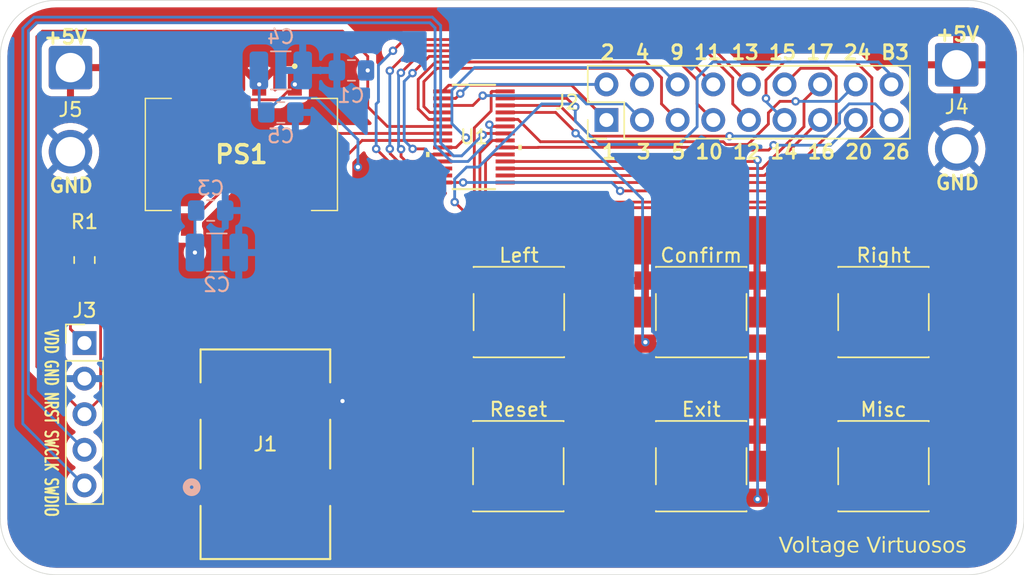
<source format=kicad_pcb>
(kicad_pcb (version 20240108) (generator "pcbnew") (generator_version "8.0")
  (layers (0 "F.Cu" signal) (31 "B.Cu" signal) (34 "B.Paste" user) (35 "F.Paste" user) (36 "B.SilkS" user "B.Silkscreen") (37 "F.SilkS" user "F.Silkscreen") (38 "B.Mask" user) (39 "F.Mask" user) (44 "Edge.Cuts" user))
  (net 0 "")
  (net 1 "GND")
  (net 2 "NRST")
  (net 3 "VDD")
  (net 4 "VCC")
  (net 5 "PIN13")
  (net 6 "PIN14")
  (net 7 "PIN11")
  (net 8 "PIN24")
  (net 9 "PIN10")
  (net 10 "PIN17")
  (net 11 "PIN5")
  (net 12 "PIN9")
  (net 13 "PIN26")
  (net 14 "PIN16")
  (net 15 "PIN15")
  (net 16 "PIN4")
  (net 17 "PIN2")
  (net 18 "PIN12")
  (net 19 "PIN20")
  (net 20 "BTN3")
  (net 21 "PIN1")
  (net 22 "PIN3")
  (net 23 "SWDIO")
  (net 24 "SWCLK")
  (net 26 "BTN2")
  (net 27 "BTN1")
  (net 28 "BTN4")
  (net 29 "BTN5")
  (net 30 "BTN6")
  (footprint "Button_Switch_SMD:SW_SPST_PTS645" (layer "F.Cu") (at 132.94 84.25)
    (property "Reference" "Reset" (at 0 -4.05 0) (layer "F.SilkS"))
    (property "Value" "SW_DPST" (hide yes))
    (fp_line (start -3.23 -3.23) (end 3.23 -3.23) (stroke (width 0.12)) (layer "F.SilkS"))
    (fp_line (start -3.23 -3.2) (end -3.23 -3.23) (stroke (width 0.12)) (layer "F.SilkS"))
    (fp_line (start -3.23 -1.3) (end -3.23 1.3) (stroke (width 0.12)) (layer "F.SilkS"))
    (fp_line (start -3.23 3.23) (end -3.23 3.2) (stroke (width 0.12)) (layer "F.SilkS"))
    (fp_line (start -3.23 3.23) (end 3.23 3.23) (stroke (width 0.12)) (layer "F.SilkS"))
    (fp_line (start 3.23 -3.23) (end 3.23 -3.2) (stroke (width 0.12)) (layer "F.SilkS"))
    (fp_line (start 3.23 -1.3) (end 3.23 1.3) (stroke (width 0.12)) (layer "F.SilkS"))
    (fp_line (start 3.23 3.23) (end 3.23 3.2) (stroke (width 0.12)) (layer "F.SilkS"))
    (pad "1" smd rect (at -3.98 -2.25) (size 1.55 1.3) (layers "F.Cu" "F.Paste" "F.Mask") (net 4 "VCC"))
    (pad "1" smd rect (at 3.98 -2.25) (size 1.55 1.3) (layers "F.Cu" "F.Paste" "F.Mask") (net 4 "VCC"))
    (pad "2" smd rect (at -3.98 2.25) (size 1.55 1.3) (layers "F.Cu" "F.Paste" "F.Mask") (net 28 "BTN4"))
    (pad "2" smd rect (at 3.98 2.25) (size 1.55 1.3) (layers "F.Cu" "F.Paste" "F.Mask") (net 28 "BTN4"))
  )
  (footprint "Imported Footprints:TES10510" (layer "F.Cu") (at 113.19 62 180)
    (property "Reference" "PS1" (at 0 0 180) (layer "F.SilkS") (effects (font (size 1.27 1.27) (thickness 0.254))))
    (property "Value" "TES_1-0510" (hide yes))
    (fp_line (start 6.85 4) (end 6.85 -4) (stroke (width 0.1)) (layer "F.SilkS"))
    (fp_line (start 6.85 -4) (end 5 -4) (stroke (width 0.1)) (layer "F.SilkS"))
    (fp_line (start 5 4) (end 6.85 4) (stroke (width 0.1)) (layer "F.SilkS"))
    (fp_line (start -3.7 6.3) (end -3.7 6.3) (stroke (width 0.2)) (layer "F.SilkS"))
    (fp_line (start -3.9 6.3) (end -3.9 6.3) (stroke (width 0.2)) (layer "F.SilkS"))
    (fp_line (start -5 -4) (end -6.85 -4) (stroke (width 0.1)) (layer "F.SilkS"))
    (fp_line (start -6.85 4) (end -5 4) (stroke (width 0.1)) (layer "F.SilkS"))
    (fp_line (start -6.85 -4) (end -6.85 4) (stroke (width 0.1)) (layer "F.SilkS"))
    (fp_arc (start -3.7 6.3) (mid -3.8 6.4) (end -3.9 6.3) (stroke (width 0.2)) (layer "F.SilkS"))
    (fp_arc (start -3.9 6.3) (mid -3.8 6.2) (end -3.7 6.3) (stroke (width 0.2)) (layer "F.SilkS"))
    (pad "1" smd rect (at -3.81 5 180) (size 1 1.6) (layers "F.Cu" "F.Paste" "F.Mask") (net 1 "GND"))
    (pad "2" smd rect (at -1.27 5 180) (size 1 1.6) (layers "F.Cu" "F.Paste" "F.Mask") (net 4 "VCC"))
    (pad "4" smd rect (at 3.81 5 180) (size 1 1.6) (layers "F.Cu" "F.Paste" "F.Mask") (net 1 "GND"))
    (pad "5" smd rect (at 3.81 -5 180) (size 1 1.6) (layers "F.Cu" "F.Paste" "F.Mask") (net 3 "VDD"))
    (pad "8" smd rect (at -3.81 -5 180) (size 1 1.6) (layers "F.Cu" "F.Paste" "F.Mask"))
  )
  (footprint "Button_Switch_SMD:SW_SPST_PTS645" (layer "F.Cu") (at 145.98 73.25)
    (property "Reference" "Confirm" (at 0 -4.05 0) (layer "F.SilkS"))
    (property "Value" "SW_DPST" (hide yes))
    (fp_line (start -3.23 -3.23) (end 3.23 -3.23) (stroke (width 0.12)) (layer "F.SilkS"))
    (fp_line (start -3.23 -3.2) (end -3.23 -3.23) (stroke (width 0.12)) (layer "F.SilkS"))
    (fp_line (start -3.23 -1.3) (end -3.23 1.3) (stroke (width 0.12)) (layer "F.SilkS"))
    (fp_line (start -3.23 3.23) (end -3.23 3.2) (stroke (width 0.12)) (layer "F.SilkS"))
    (fp_line (start -3.23 3.23) (end 3.23 3.23) (stroke (width 0.12)) (layer "F.SilkS"))
    (fp_line (start 3.23 -3.23) (end 3.23 -3.2) (stroke (width 0.12)) (layer "F.SilkS"))
    (fp_line (start 3.23 -1.3) (end 3.23 1.3) (stroke (width 0.12)) (layer "F.SilkS"))
    (fp_line (start 3.23 3.23) (end 3.23 3.2) (stroke (width 0.12)) (layer "F.SilkS"))
    (pad "1" smd rect (at -3.98 -2.25) (size 1.55 1.3) (layers "F.Cu" "F.Paste" "F.Mask") (net 4 "VCC"))
    (pad "1" smd rect (at 3.98 -2.25) (size 1.55 1.3) (layers "F.Cu" "F.Paste" "F.Mask") (net 4 "VCC"))
    (pad "2" smd rect (at -3.98 2.25) (size 1.55 1.3) (layers "F.Cu" "F.Paste" "F.Mask") (net 26 "BTN2"))
    (pad "2" smd rect (at 3.98 2.25) (size 1.55 1.3) (layers "F.Cu" "F.Paste" "F.Mask") (net 26 "BTN2"))
  )
  (footprint "Imported Footprints:VSSOP28_DGS_TEX" (layer "F.Cu") (at 129.77115 60.750441)
    (property "Reference" "U1" (at 0 0 0) (layer "F.SilkS"))
    (property "Value" "MSPM0G3507SDGS28R")
    (fp_line (start -1.511557 3.7211) (end 1.511557 3.7211) (stroke (width 0.1524)) (layer "F.SilkS"))
    (fp_line (start 1.511557 -3.7211) (end -1.511557 -3.7211) (stroke (width 0.1524)) (layer "F.SilkS"))
    (fp_poly (pts (xy -3.4163 1.059815) (xy -3.4163 1.440815) (xy -3.1623 1.440815) (xy -3.1623 1.059815)) (fill solid) (layer "F.SilkS"))
    (fp_poly (pts (xy 3.4163 0.559689) (xy 3.4163 0.940689) (xy 3.1623 0.940689) (xy 3.1623 0.559689)) (fill solid) (layer "F.SilkS"))
    (pad "1" smd rect (at -2.22885 -3.250819) (size 1.3589 0.2794) (layers "F.Cu" "F.Paste" "F.Mask") (net 21 "PIN1"))
    (pad "2" smd rect (at -2.22885 -2.750693) (size 1.3589 0.2794) (layers "F.Cu" "F.Paste" "F.Mask") (net 17 "PIN2"))
    (pad "3" smd rect (at -2.22885 -2.250567) (size 1.3589 0.2794) (layers "F.Cu" "F.Paste" "F.Mask") (net 22 "PIN3"))
    (pad "4" smd rect (at -2.22885 -1.750441) (size 1.3589 0.2794) (layers "F.Cu" "F.Paste" "F.Mask") (net 16 "PIN4"))
    (pad "5" smd rect (at -2.22885 -1.250315) (size 1.3589 0.2794) (layers "F.Cu" "F.Paste" "F.Mask") (net 11 "PIN5"))
    (pad "6" smd rect (at -2.22885 -0.750189) (size 1.3589 0.2794) (layers "F.Cu" "F.Paste" "F.Mask") (net 2 "NRST"))
    (pad "7" smd rect (at -2.22885 -0.250063) (size 1.3589 0.2794) (layers "F.Cu" "F.Paste" "F.Mask") (net 3 "VDD"))
    (pad "8" smd rect (at -2.22885 0.250063) (size 1.3589 0.2794) (layers "F.Cu" "F.Paste" "F.Mask") (net 1 "GND"))
    (pad "9" smd rect (at -2.22885 0.750189) (size 1.3589 0.2794) (layers "F.Cu" "F.Paste" "F.Mask") (net 12 "PIN9"))
    (pad "10" smd rect (at -2.22885 1.250315) (size 1.3589 0.2794) (layers "F.Cu" "F.Paste" "F.Mask") (net 9 "PIN10"))
    (pad "11" smd rect (at -2.22885 1.750441) (size 1.3589 0.2794) (layers "F.Cu" "F.Paste" "F.Mask") (net 7 "PIN11"))
    (pad "12" smd rect (at -2.22885 2.250567) (size 1.3589 0.2794) (layers "F.Cu" "F.Paste" "F.Mask") (net 18 "PIN12"))
    (pad "13" smd rect (at -2.22885 2.750693) (size 1.3589 0.2794) (layers "F.Cu" "F.Paste" "F.Mask") (net 5 "PIN13"))
    (pad "14" smd rect (at -2.22885 3.250819) (size 1.3589 0.2794) (layers "F.Cu" "F.Paste" "F.Mask") (net 6 "PIN14"))
    (pad "15" smd rect (at 2.22885 3.250819) (size 1.3589 0.2794) (layers "F.Cu" "F.Paste" "F.Mask") (net 15 "PIN15"))
    (pad "16" smd rect (at 2.22885 2.750693) (size 1.3589 0.2794) (layers "F.Cu" "F.Paste" "F.Mask") (net 14 "PIN16"))
    (pad "17" smd rect (at 2.22885 2.250567) (size 1.3589 0.2794) (layers "F.Cu" "F.Paste" "F.Mask") (net 10 "PIN17"))
    (pad "18" smd rect (at 2.22885 1.750441) (size 1.3589 0.2794) (layers "F.Cu" "F.Paste" "F.Mask") (net 29 "BTN5"))
    (pad "19" smd rect (at 2.22885 1.250315) (size 1.3589 0.2794) (layers "F.Cu" "F.Paste" "F.Mask") (net 30 "BTN6"))
    (pad "20" smd rect (at 2.22885 0.750189) (size 1.3589 0.2794) (layers "F.Cu" "F.Paste" "F.Mask") (net 19 "PIN20"))
    (pad "21" smd rect (at 2.22885 0.250063) (size 1.3589 0.2794) (layers "F.Cu" "F.Paste" "F.Mask") (net 27 "BTN1"))
    (pad "22" smd rect (at 2.22885 -0.250063) (size 1.3589 0.2794) (layers "F.Cu" "F.Paste" "F.Mask") (net 23 "SWDIO"))
    (pad "23" smd rect (at 2.22885 -0.750189) (size 1.3589 0.2794) (layers "F.Cu" "F.Paste" "F.Mask") (net 24 "SWCLK"))
    (pad "24" smd rect (at 2.22885 -1.250315) (size 1.3589 0.2794) (layers "F.Cu" "F.Paste" "F.Mask") (net 8 "PIN24"))
    (pad "25" smd rect (at 2.22885 -1.750441) (size 1.3589 0.2794) (layers "F.Cu" "F.Paste" "F.Mask") (net 26 "BTN2"))
    (pad "26" smd rect (at 2.22885 -2.250567) (size 1.3589 0.2794) (layers "F.Cu" "F.Paste" "F.Mask") (net 13 "PIN26"))
    (pad "27" smd rect (at 2.22885 -2.750693) (size 1.3589 0.2794) (layers "F.Cu" "F.Paste" "F.Mask") (net 20 "BTN3"))
    (pad "28" smd rect (at 2.22885 -3.250819) (size 1.3589 0.2794) (layers "F.Cu" "F.Paste" "F.Mask") (net 28 "BTN4"))
  )
  (footprint "Connector_Wire:SolderWire-1.5sqmm_1x02_P6mm_D1.7mm_OD3mm" (layer "F.Cu") (at 101 55.8 -90)
    (property "Reference" "J5" (at 3 0 180) (layer "F.SilkS"))
    (property "Value" "Conn_01x02_Socket" (hide yes))
    (pad "1" thru_hole roundrect (at 0 0 270) (size 3.1 3.1) (drill 2.1) (layers "*.Cu" "*.Mask") (roundrect_rratio 0.080645) (net 4 "VCC"))
    (pad "2" thru_hole circle (at 6 0 270) (size 3.1 3.1) (drill 2.1) (layers "*.Cu" "*.Mask") (net 1 "GND"))
  )
  (footprint "Imported Footprints:ADC-028-x-T&slash_R-PA10T_ADM" (layer "F.Cu") (at 114.899999 83.396701 180)
    (property "Reference" "J1" (at 0 0.7217 0) (layer "F.SilkS"))
    (property "Value" "ADC-028-1-T/R-PA10T" (hide yes))
    (fp_circle (center 5.2578 -2.3533) (end 5.6388 -2.3533) (stroke (width 0.508)) (fill none) (layer "B.SilkS"))
    (fp_line (start 4.6228 7.4803) (end 4.6228 5.132741) (stroke (width 0.1524)) (layer "F.SilkS"))
    (fp_line (start 4.6228 2.460661) (end 4.6228 -1.01726) (stroke (width 0.1524)) (layer "F.SilkS"))
    (fp_line (start 4.6228 -3.68934) (end 4.6228 -7.4803) (stroke (width 0.1524)) (layer "F.SilkS"))
    (fp_line (start 4.6228 -7.4803) (end -4.6228 -7.4803) (stroke (width 0.1524)) (layer "F.SilkS"))
    (fp_line (start -4.6228 7.4803) (end 4.6228 7.4803) (stroke (width 0.1524)) (layer "F.SilkS"))
    (fp_line (start -4.6228 5.132741) (end -4.6228 7.4803) (stroke (width 0.1524)) (layer "F.SilkS"))
    (fp_line (start -4.6228 -1.01726) (end -4.6228 2.460661) (stroke (width 0.1524)) (layer "F.SilkS"))
    (fp_line (start -4.6228 -7.4803) (end -4.6228 -3.68934) (stroke (width 0.1524)) (layer "F.SilkS"))
    (pad "1A" smd rect (at 5.499999 -2.3533 180) (size 2.0066 2.0066) (layers "F.Cu" "F.Paste" "F.Mask") (net 4 "VCC"))
    (pad "1B" smd rect (at 5.499999 3.796701 180) (size 2.0066 2.0066) (layers "F.Cu" "F.Paste" "F.Mask") (net 4 "VCC"))
    (pad "2" smd rect (at -5.499999 -2.3533 180) (size 2.0066 2.0066) (layers "F.Cu" "F.Paste" "F.Mask") (net 1 "GND"))
    (pad "3" smd rect (at -5.499999 3.796701 180) (size 2.0066 2.0066) (layers "F.Cu" "F.Paste" "F.Mask") (net 1 "GND"))
  )
  (footprint "Button_Switch_SMD:SW_SPST_PTS645" (layer "F.Cu") (at 158.98 73.25)
    (property "Reference" "Right" (at 0 -4.05 0) (layer "F.SilkS"))
    (property "Value" "SW_DPST" (hide yes))
    (fp_line (start -3.23 -3.23) (end 3.23 -3.23) (stroke (width 0.12)) (layer "F.SilkS"))
    (fp_line (start -3.23 -3.2) (end -3.23 -3.23) (stroke (width 0.12)) (layer "F.SilkS"))
    (fp_line (start -3.23 -1.3) (end -3.23 1.3) (stroke (width 0.12)) (layer "F.SilkS"))
    (fp_line (start -3.23 3.23) (end -3.23 3.2) (stroke (width 0.12)) (layer "F.SilkS"))
    (fp_line (start -3.23 3.23) (end 3.23 3.23) (stroke (width 0.12)) (layer "F.SilkS"))
    (fp_line (start 3.23 -3.23) (end 3.23 -3.2) (stroke (width 0.12)) (layer "F.SilkS"))
    (fp_line (start 3.23 -1.3) (end 3.23 1.3) (stroke (width 0.12)) (layer "F.SilkS"))
    (fp_line (start 3.23 3.23) (end 3.23 3.2) (stroke (width 0.12)) (layer "F.SilkS"))
    (pad "1" smd rect (at -3.98 -2.25) (size 1.55 1.3) (layers "F.Cu" "F.Paste" "F.Mask") (net 4 "VCC"))
    (pad "1" smd rect (at 3.98 -2.25) (size 1.55 1.3) (layers "F.Cu" "F.Paste" "F.Mask") (net 4 "VCC"))
    (pad "2" smd rect (at -3.98 2.25) (size 1.55 1.3) (layers "F.Cu" "F.Paste" "F.Mask") (net 27 "BTN1"))
    (pad "2" smd rect (at 3.98 2.25) (size 1.55 1.3) (layers "F.Cu" "F.Paste" "F.Mask") (net 27 "BTN1"))
  )
  (footprint "Button_Switch_SMD:SW_SPST_PTS645" (layer "F.Cu") (at 158.98 84.25)
    (property "Reference" "Misc" (at 0 -4.05 0) (layer "F.SilkS"))
    (property "Value" "SW_DPST" (hide yes))
    (fp_line (start -3.23 -3.23) (end 3.23 -3.23) (stroke (width 0.12)) (layer "F.SilkS"))
    (fp_line (start -3.23 -3.2) (end -3.23 -3.23) (stroke (width 0.12)) (layer "F.SilkS"))
    (fp_line (start -3.23 -1.3) (end -3.23 1.3) (stroke (width 0.12)) (layer "F.SilkS"))
    (fp_line (start -3.23 3.23) (end -3.23 3.2) (stroke (width 0.12)) (layer "F.SilkS"))
    (fp_line (start -3.23 3.23) (end 3.23 3.23) (stroke (width 0.12)) (layer "F.SilkS"))
    (fp_line (start 3.23 -3.23) (end 3.23 -3.2) (stroke (width 0.12)) (layer "F.SilkS"))
    (fp_line (start 3.23 -1.3) (end 3.23 1.3) (stroke (width 0.12)) (layer "F.SilkS"))
    (fp_line (start 3.23 3.23) (end 3.23 3.2) (stroke (width 0.12)) (layer "F.SilkS"))
    (pad "1" smd rect (at -3.98 -2.25) (size 1.55 1.3) (layers "F.Cu" "F.Paste" "F.Mask") (net 4 "VCC"))
    (pad "1" smd rect (at 3.98 -2.25) (size 1.55 1.3) (layers "F.Cu" "F.Paste" "F.Mask") (net 4 "VCC"))
    (pad "2" smd rect (at -3.98 2.25) (size 1.55 1.3) (layers "F.Cu" "F.Paste" "F.Mask") (net 30 "BTN6"))
    (pad "2" smd rect (at 3.98 2.25) (size 1.55 1.3) (layers "F.Cu" "F.Paste" "F.Mask") (net 30 "BTN6"))
  )
  (footprint "Connector_PinHeader_2.54mm:PinHeader_2x09_P2.54mm_Vertical" (layer "F.Cu") (at 139.22 59.54 90)
    (property "Reference" "J2" (at 1.27 -2.82 180) (layer "F.SilkS"))
    (property "Value" "Conn_02x09_Counter_Clockwise" (hide yes))
    (fp_line (start 3.87 -1.33) (end 3.87 21.65) (stroke (width 0.12)) (layer "F.SilkS"))
    (fp_line (start 1.27 -1.33) (end 3.87 -1.33) (stroke (width 0.12)) (layer "F.SilkS"))
    (fp_line (start -1.33 -1.33) (end 0 -1.33) (stroke (width 0.12)) (layer "F.SilkS"))
    (fp_line (start -1.33 0) (end -1.33 -1.33) (stroke (width 0.12)) (layer "F.SilkS"))
    (fp_line (start 1.27 1.27) (end 1.27 -1.33) (stroke (width 0.12)) (layer "F.SilkS"))
    (fp_line (start -1.33 1.27) (end 1.27 1.27) (stroke (width 0.12)) (layer "F.SilkS"))
    (fp_line (start -1.33 1.27) (end -1.33 21.65) (stroke (width 0.12)) (layer "F.SilkS"))
    (fp_line (start -1.33 21.65) (end 3.87 21.65) (stroke (width 0.12)) (layer "F.SilkS"))
    (pad "1" thru_hole rect (at 0 0 90) (size 1.7 1.7) (drill 1) (layers "*.Cu" "*.Mask") (net 21 "PIN1"))
    (pad "2" thru_hole oval (at 2.54 0 90) (size 1.7 1.7) (drill 1) (layers "*.Cu" "*.Mask") (net 17 "PIN2"))
    (pad "3" thru_hole oval (at 0 2.54 90) (size 1.7 1.7) (drill 1) (layers "*.Cu" "*.Mask") (net 22 "PIN3"))
    (pad "4" thru_hole oval (at 2.54 2.54 90) (size 1.7 1.7) (drill 1) (layers "*.Cu" "*.Mask") (net 16 "PIN4"))
    (pad "5" thru_hole oval (at 0 5.08 90) (size 1.7 1.7) (drill 1) (layers "*.Cu" "*.Mask") (net 11 "PIN5"))
    (pad "6" thru_hole oval (at 2.54 5.08 90) (size 1.7 1.7) (drill 1) (layers "*.Cu" "*.Mask") (net 12 "PIN9"))
    (pad "7" thru_hole oval (at 0 7.62 90) (size 1.7 1.7) (drill 1) (layers "*.Cu" "*.Mask") (net 9 "PIN10"))
    (pad "8" thru_hole oval (at 2.54 7.62 90) (size 1.7 1.7) (drill 1) (layers "*.Cu" "*.Mask") (net 7 "PIN11"))
    (pad "9" thru_hole oval (at 0 10.16 90) (size 1.7 1.7) (drill 1) (layers "*.Cu" "*.Mask") (net 18 "PIN12"))
    (pad "10" thru_hole oval (at 2.54 10.16 90) (size 1.7 1.7) (drill 1) (layers "*.Cu" "*.Mask") (net 5 "PIN13"))
    (pad "11" thru_hole oval (at 0 12.7 90) (size 1.7 1.7) (drill 1) (layers "*.Cu" "*.Mask") (net 6 "PIN14"))
    (pad "12" thru_hole oval (at 2.54 12.7 90) (size 1.7 1.7) (drill 1) (layers "*.Cu" "*.Mask") (net 15 "PIN15"))
    (pad "13" thru_hole oval (at 0 15.24 90) (size 1.7 1.7) (drill 1) (layers "*.Cu" "*.Mask") (net 14 "PIN16"))
    (pad "14" thru_hole oval (at 2.54 15.24 90) (size 1.7 1.7) (drill 1) (layers "*.Cu" "*.Mask") (net 10 "PIN17"))
    (pad "15" thru_hole oval (at 0 17.78 90) (size 1.7 1.7) (drill 1) (layers "*.Cu" "*.Mask") (net 19 "PIN20"))
    (pad "16" thru_hole oval (at 2.54 17.78 90) (size 1.7 1.7) (drill 1) (layers "*.Cu" "*.Mask") (net 8 "PIN24"))
    (pad "17" thru_hole oval (at 0 20.32 90) (size 1.7 1.7) (drill 1) (layers "*.Cu" "*.Mask") (net 13 "PIN26"))
    (pad "18" thru_hole oval (at 2.54 20.32 90) (size 1.7 1.7) (drill 1) (layers "*.Cu" "*.Mask") (net 20 "BTN3"))
  )
  (footprint "Button_Switch_SMD:SW_SPST_PTS645" (layer "F.Cu") (at 145.98 84.25)
    (property "Reference" "Exit" (at 0 -4.05 0) (layer "F.SilkS"))
    (property "Value" "SW_DPST" (hide yes))
    (fp_line (start -3.23 -3.23) (end 3.23 -3.23) (stroke (width 0.12)) (layer "F.SilkS"))
    (fp_line (start -3.23 -3.2) (end -3.23 -3.23) (stroke (width 0.12)) (layer "F.SilkS"))
    (fp_line (start -3.23 -1.3) (end -3.23 1.3) (stroke (width 0.12)) (layer "F.SilkS"))
    (fp_line (start -3.23 3.23) (end -3.23 3.2) (stroke (width 0.12)) (layer "F.SilkS"))
    (fp_line (start -3.23 3.23) (end 3.23 3.23) (stroke (width 0.12)) (layer "F.SilkS"))
    (fp_line (start 3.23 -3.23) (end 3.23 -3.2) (stroke (width 0.12)) (layer "F.SilkS"))
    (fp_line (start 3.23 -1.3) (end 3.23 1.3) (stroke (width 0.12)) (layer "F.SilkS"))
    (fp_line (start 3.23 3.23) (end 3.23 3.2) (stroke (width 0.12)) (layer "F.SilkS"))
    (pad "1" smd rect (at -3.98 -2.25) (size 1.55 1.3) (layers "F.Cu" "F.Paste" "F.Mask") (net 4 "VCC"))
    (pad "1" smd rect (at 3.98 -2.25) (size 1.55 1.3) (layers "F.Cu" "F.Paste" "F.Mask") (net 4 "VCC"))
    (pad "2" smd rect (at -3.98 2.25) (size 1.55 1.3) (layers "F.Cu" "F.Paste" "F.Mask") (net 29 "BTN5"))
    (pad "2" smd rect (at 3.98 2.25) (size 1.55 1.3) (layers "F.Cu" "F.Paste" "F.Mask") (net 29 "BTN5"))
  )
  (footprint "Resistor_SMD:R_0805_2012Metric_Pad1.20x1.40mm_HandSolder" (layer "F.Cu") (at 102 69.535 -90)
    (property "Reference" "R1" (at -2.735 0 180) (layer "F.SilkS"))
    (property "Value" "47k" (hide yes))
    (fp_line (start -0.227064 0.735) (end 0.227064 0.735) (stroke (width 0.12)) (layer "F.SilkS"))
    (fp_line (start -0.227064 -0.735) (end 0.227064 -0.735) (stroke (width 0.12)) (layer "F.SilkS"))
    (pad "1" smd roundrect (at -1 0 270) (size 1.2 1.4) (layers "F.Cu" "F.Paste" "F.Mask") (roundrect_rratio 0.208333) (net 3 "VDD"))
    (pad "2" smd roundrect (at 1 0 270) (size 1.2 1.4) (layers "F.Cu" "F.Paste" "F.Mask") (roundrect_rratio 0.208333) (net 2 "NRST"))
  )
  (footprint "Connector_PinHeader_2.54mm:PinHeader_1x05_P2.54mm_Vertical" (layer "F.Cu") (at 102 75.46)
    (property "Reference" "J3" (at 0 -2.33 0) (layer "F.SilkS"))
    (property "Value" "Conn_01x05" (hide yes))
    (fp_line (start -1.33 -1.33) (end 0 -1.33) (stroke (width 0.12)) (layer "F.SilkS"))
    (fp_line (start -1.33 0) (end -1.33 -1.33) (stroke (width 0.12)) (layer "F.SilkS"))
    (fp_line (start -1.33 1.27) (end -1.33 11.49) (stroke (width 0.12)) (layer "F.SilkS"))
    (fp_line (start -1.33 1.27) (end 1.33 1.27) (stroke (width 0.12)) (layer "F.SilkS"))
    (fp_line (start -1.33 11.49) (end 1.33 11.49) (stroke (width 0.12)) (layer "F.SilkS"))
    (fp_line (start 1.33 1.27) (end 1.33 11.49) (stroke (width 0.12)) (layer "F.SilkS"))
    (pad "1" thru_hole rect (at 0 0) (size 1.7 1.7) (drill 1) (layers "*.Cu" "*.Mask") (net 3 "VDD"))
    (pad "2" thru_hole oval (at 0 2.54) (size 1.7 1.7) (drill 1) (layers "*.Cu" "*.Mask") (net 1 "GND"))
    (pad "3" thru_hole oval (at 0 5.08) (size 1.7 1.7) (drill 1) (layers "*.Cu" "*.Mask") (net 2 "NRST"))
    (pad "4" thru_hole oval (at 0 7.62) (size 1.7 1.7) (drill 1) (layers "*.Cu" "*.Mask") (net 24 "SWCLK"))
    (pad "5" thru_hole oval (at 0 10.16) (size 1.7 1.7) (drill 1) (layers "*.Cu" "*.Mask") (net 23 "SWDIO"))
  )
  (footprint "Button_Switch_SMD:SW_SPST_PTS645" (layer "F.Cu") (at 132.98 73.25)
    (property "Reference" "Left" (at 0 -4.05 0) (layer "F.SilkS"))
    (property "Value" "SW_DPST" (hide yes))
    (fp_line (start -3.23 -3.23) (end 3.23 -3.23) (stroke (width 0.12)) (layer "F.SilkS"))
    (fp_line (start -3.23 -3.2) (end -3.23 -3.23) (stroke (width 0.12)) (layer "F.SilkS"))
    (fp_line (start -3.23 -1.3) (end -3.23 1.3) (stroke (width 0.12)) (layer "F.SilkS"))
    (fp_line (start -3.23 3.23) (end -3.23 3.2) (stroke (width 0.12)) (layer "F.SilkS"))
    (fp_line (start -3.23 3.23) (end 3.23 3.23) (stroke (width 0.12)) (layer "F.SilkS"))
    (fp_line (start 3.23 -3.23) (end 3.23 -3.2) (stroke (width 0.12)) (layer "F.SilkS"))
    (fp_line (start 3.23 -1.3) (end 3.23 1.3) (stroke (width 0.12)) (layer "F.SilkS"))
    (fp_line (start 3.23 3.23) (end 3.23 3.2) (stroke (width 0.12)) (layer "F.SilkS"))
    (pad "1" smd rect (at -3.98 -2.25) (size 1.55 1.3) (layers "F.Cu" "F.Paste" "F.Mask") (net 4 "VCC"))
    (pad "1" smd rect (at 3.98 -2.25) (size 1.55 1.3) (layers "F.Cu" "F.Paste" "F.Mask") (net 4 "VCC"))
    (pad "2" smd rect (at -3.98 2.25) (size 1.55 1.3) (layers "F.Cu" "F.Paste" "F.Mask") (net 20 "BTN3"))
    (pad "2" smd rect (at 3.98 2.25) (size 1.55 1.3) (layers "F.Cu" "F.Paste" "F.Mask") (net 20 "BTN3"))
  )
  (footprint "Connector_Wire:SolderWire-1.5sqmm_1x02_P6mm_D1.7mm_OD3mm" (layer "F.Cu") (at 164.2 55.6 -90)
    (property "Reference" "J4" (at 3 0 180) (layer "F.SilkS"))
    (property "Value" "Conn_01x02_Socket" (hide yes))
    (pad "1" thru_hole roundrect (at 0 0 270) (size 3.1 3.1) (drill 2.1) (layers "*.Cu" "*.Mask") (roundrect_rratio 0.080645) (net 4 "VCC"))
    (pad "2" thru_hole circle (at 6 0 270) (size 3.1 3.1) (drill 2.1) (layers "*.Cu" "*.Mask") (net 1 "GND"))
  )
  (footprint "Capacitor_SMD:C_0805_2012Metric_Pad1.18x1.45mm_HandSolder" (layer "B.Cu") (at 116 59)
    (property "Reference" "C5" (at 0 1.68 0) (layer "B.SilkS") (effects (justify mirror)))
    (property "Value" "0.1 uF" (hide yes))
    (fp_line (start 0.261252 -0.735) (end -0.261252 -0.735) (stroke (width 0.12)) (layer "B.SilkS"))
    (fp_line (start 0.261252 0.735) (end -0.261252 0.735) (stroke (width 0.12)) (layer "B.SilkS"))
    (pad "1" smd roundrect (at -1.0375 0) (size 1.175 1.45) (layers "B.Cu" "B.Paste" "B.Mask") (roundrect_rratio 0.212766) (net 4 "VCC"))
    (pad "2" smd roundrect (at 1.0375 0) (size 1.175 1.45) (layers "B.Cu" "B.Paste" "B.Mask") (roundrect_rratio 0.212766) (net 1 "GND"))
  )
  (footprint "Capacitor_SMD:C_0805_2012Metric_Pad1.18x1.45mm_HandSolder" (layer "B.Cu") (at 111 66)
    (property "Reference" "C3" (at 0 -1.6 0) (layer "B.SilkS") (effects (justify mirror)))
    (property "Value" "0.1 uF" (hide yes))
    (fp_line (start 0.261252 -0.735) (end -0.261252 -0.735) (stroke (width 0.12)) (layer "B.SilkS"))
    (fp_line (start 0.261252 0.735) (end -0.261252 0.735) (stroke (width 0.12)) (layer "B.SilkS"))
    (pad "1" smd roundrect (at -1.0375 0) (size 1.175 1.45) (layers "B.Cu" "B.Paste" "B.Mask") (roundrect_rratio 0.212766) (net 3 "VDD"))
    (pad "2" smd roundrect (at 1.0375 0) (size 1.175 1.45) (layers "B.Cu" "B.Paste" "B.Mask") (roundrect_rratio 0.212766) (net 1 "GND"))
  )
  (footprint "Capacitor_SMD:C_1210_3225Metric_Pad1.33x2.70mm_HandSolder" (layer "B.Cu") (at 116 56)
    (property "Reference" "C4" (at 0 -2.4 0) (layer "B.SilkS") (effects (justify mirror)))
    (property "Value" "10 uF" (hide yes))
    (fp_line (start 0.711252 -1.36) (end -0.711252 -1.36) (stroke (width 0.12)) (layer "B.SilkS"))
    (fp_line (start 0.711252 1.36) (end -0.711252 1.36) (stroke (width 0.12)) (layer "B.SilkS"))
    (pad "1" smd roundrect (at -1.5625 0) (size 1.325 2.7) (layers "B.Cu" "B.Paste" "B.Mask") (roundrect_rratio 0.188679) (net 4 "VCC"))
    (pad "2" smd roundrect (at 1.5625 0) (size 1.325 2.7) (layers "B.Cu" "B.Paste" "B.Mask") (roundrect_rratio 0.188679) (net 1 "GND"))
  )
  (footprint "Capacitor_SMD:C_0805_2012Metric_Pad1.18x1.45mm_HandSolder" (layer "B.Cu") (at 121.0375 56)
    (property "Reference" "C1" (at -0.0375 1.8 180) (layer "B.SilkS") (effects (justify mirror)))
    (property "Value" "10 nF" (hide yes))
    (fp_line (start 0.261252 -0.735) (end -0.261252 -0.735) (stroke (width 0.12)) (layer "B.SilkS"))
    (fp_line (start 0.261252 0.735) (end -0.261252 0.735) (stroke (width 0.12)) (layer "B.SilkS"))
    (pad "1" smd roundrect (at -1.0375 0) (size 1.175 1.45) (layers "B.Cu" "B.Paste" "B.Mask") (roundrect_rratio 0.212766) (net 1 "GND"))
    (pad "2" smd roundrect (at 1.0375 0) (size 1.175 1.45) (layers "B.Cu" "B.Paste" "B.Mask") (roundrect_rratio 0.212766) (net 2 "NRST"))
  )
  (footprint "Capacitor_SMD:C_1210_3225Metric_Pad1.33x2.70mm_HandSolder" (layer "B.Cu") (at 111.4375 69)
    (property "Reference" "C2" (at 0 2.3 0) (layer "B.SilkS") (effects (justify mirror)))
    (property "Value" "10 uF" (hide yes))
    (fp_line (start 0.711252 -1.36) (end -0.711252 -1.36) (stroke (width 0.12)) (layer "B.SilkS"))
    (fp_line (start 0.711252 1.36) (end -0.711252 1.36) (stroke (width 0.12)) (layer "B.SilkS"))
    (pad "1" smd roundrect (at -1.5625 0) (size 1.325 2.7) (layers "B.Cu" "B.Paste" "B.Mask") (roundrect_rratio 0.188679) (net 3 "VDD"))
    (pad "2" smd roundrect (at 1.5625 0) (size 1.325 2.7) (layers "B.Cu" "B.Paste" "B.Mask") (roundrect_rratio 0.188679) (net 1 "GND"))
  )
  (gr_line (start 100 92) (end 165 92) (stroke (width 0.05)) (layer "Edge.Cuts"))
  (gr_arc (start 96 55) (mid 97.171573 52.171573) (end 100 51) (stroke (width 0.05)) (layer "Edge.Cuts"))
  (gr_arc (start 165 51) (mid 167.828427 52.171573) (end 169 55) (stroke (width 0.05)) (layer "Edge.Cuts"))
  (gr_arc (start 100 92) (mid 97.171573 90.828427) (end 96 88) (stroke (width 0.05)) (layer "Edge.Cuts"))
  (gr_line (start 169 88) (end 169 55) (stroke (width 0.05)) (layer "Edge.Cuts"))
  (gr_arc (start 169 88) (mid 167.828427 90.828427) (end 165 92) (stroke (width 0.05)) (layer "Edge.Cuts"))
  (gr_line (start 96 55) (end 96 88) (stroke (width 0.05)) (layer "Edge.Cuts"))
  (gr_line (start 165 51) (end 100 51) (stroke (width 0.05)) (layer "Edge.Cuts"))
  (gr_text "2  4  9 11 13 15 17 24 B3" (at 138.7 55.3 0) (layer "F.SilkS") (effects (font (size 1 1) (thickness 0.2) (bold yes)) (justify left bottom)))
  (gr_text "+5V" (at 162.6 54 0) (layer "F.SilkS") (effects (font (size 1 1) (thickness 0.2) (bold yes)) (justify left bottom)))
  (gr_text "GND\n" (at 162.6 64.6 0) (layer "F.SilkS") (effects (font (size 1 1) (thickness 0.2) (bold yes)) (justify left bottom)))
  (gr_text "GND\n" (at 99.4 64.8 0) (layer "F.SilkS") (effects (font (size 1 1) (thickness 0.2) (bold yes)) (justify left bottom)))
  (gr_text "+5V" (at 99 54.2 0) (layer "F.SilkS") (effects (font (size 1 1) (thickness 0.2) (bold yes)) (justify left bottom)))
  (gr_text "Voltage Virtuosos" (at 151.5 90.6 0) (layer "F.SilkS") (effects (font (size 1.1 1.1) (thickness 0.1)) (justify left bottom)))
  (gr_text "1  3  5 10 12 14 16 20 26" (at 138.8 62.4 0) (layer "F.SilkS") (effects (font (size 1 1) (thickness 0.2) (bold yes)) (justify left bottom)))
  (gr_text "VDD GND NRST SWCLK SWDIO" (at 99.1 74.4 270) (layer "F.SilkS") (effects (font (size 0.9 0.6) (thickness 0.15) (bold yes)) (justify left bottom)))
  (segment (start 121.799496 61.000504) (end 120.499999 62.300001) (width 0.2) (layer "F.Cu") (net 1))
  (segment (start 127.5423 61.000504) (end 121.799496 61.000504) (width 0.2) (layer "F.Cu") (net 1))
  (segment (start 120.499999 62.300001) (end 120.499999 79.603299) (width 0.2) (layer "F.Cu") (net 1))
  (segment (start 117 57) (end 115.9 58.1) (width 0.2) (layer "F.Cu") (net 1))
  (segment (start 110.48 58.1) (end 109.38 57) (width 0.2) (layer "F.Cu") (net 1))
  (segment (start 115.9 58.1) (end 110.48 58.1) (width 0.2) (layer "F.Cu") (net 1))
  (segment (start 120.499999 79.603299) (end 120.499999 85.7533) (width 0.2) (layer "F.Cu") (net 1))
  (via (at 120.4 79.6) (size 0.6) (drill 0.3) (layers "F.Cu" "B.Cu") (net 1))
  (via (at 117 57) (size 0.6) (drill 0.3) (layers "F.Cu" "B.Cu") (net 1))
  (segment (start 117.0375 76.2375) (end 120.4 79.6) (width 0.2) (layer "B.Cu") (net 1))
  (segment (start 117.0375 59) (end 117.0375 76.2375) (width 0.2) (layer "B.Cu") (net 1))
  (segment (start 102 80.54) (end 103.15 79.39) (width 0.2) (layer "F.Cu") (net 2))
  (segment (start 123.600252 60.000252) (end 122.2 58.6) (width 0.2) (layer "F.Cu") (net 2))
  (segment (start 103.15 71.685) (end 102 70.535) (width 0.2) (layer "F.Cu") (net 2))
  (segment (start 98.6 53.6) (end 99 53.2) (width 0.2) (layer "F.Cu") (net 2))
  (segment (start 122.2 58.6) (end 122.2 56) (width 0.2) (layer "F.Cu") (net 2))
  (segment (start 127.5423 60.000252) (end 123.600252 60.000252) (width 0.2) (layer "F.Cu") (net 2))
  (segment (start 120.4 53.2) (end 122.2 55) (width 0.2) (layer "F.Cu") (net 2))
  (segment (start 98.6 77.14) (end 98.6 53.6) (width 0.2) (layer "F.Cu") (net 2))
  (segment (start 102 80.54) (end 98.6 77.14) (width 0.2) (layer "F.Cu") (net 2))
  (segment (start 99 53.2) (end 120.4 53.2) (width 0.2) (layer "F.Cu") (net 2))
  (segment (start 122.2 55) (end 122.2 56) (width 0.2) (layer "F.Cu") (net 2))
  (segment (start 103.15 79.39) (end 103.15 71.685) (width 0.2) (layer "F.Cu") (net 2))
  (via (at 122.2 56) (size 0.6) (drill 0.3) (layers "F.Cu" "B.Cu") (net 2))
  (segment (start 115.879622 60.500378) (end 109.38 67) (width 0.2) (layer "F.Cu") (net 3))
  (segment (start 102 68.535) (end 101 69.535) (width 0.2) (layer "F.Cu") (net 3))
  (segment (start 127.5423 60.500378) (end 115.879622 60.500378) (width 0.2) (layer "F.Cu") (net 3))
  (segment (start 101 74.46) (end 102 75.46) (width 0.2) (layer "F.Cu") (net 3))
  (segment (start 101 69.535) (end 101 74.46) (width 0.2) (layer "F.Cu") (net 3))
  (segment (start 103.535 67) (end 102 68.535) (width 0.2) (layer "F.Cu") (net 3))
  (segment (start 109.875 69) (end 109.875 67.495) (width 0.2) (layer "F.Cu") (net 3))
  (segment (start 109.875 67.495) (end 109.38 67) (width 0.2) (layer "F.Cu") (net 3))
  (segment (start 109.38 67) (end 103.535 67) (width 0.2) (layer "F.Cu") (net 3))
  (via (at 109.875 69) (size 0.6) (drill 0.3) (layers "F.Cu" "B.Cu") (net 3))
  (segment (start 109.875 66.0875) (end 109.9625 66) (width 0.2) (layer "B.Cu") (net 3))
  (segment (start 109.875 69) (end 109.875 66.0875) (width 0.2) (layer "B.Cu") (net 3))
  (segment (start 129 71) (end 128.3 71) (width 0.2) (layer "F.Cu") (net 4))
  (segment (start 121.5 64.2) (end 121.5 62.9) (width 0.2) (layer "F.Cu") (net 4))
  (segment (start 128.3 71) (end 121.5 64.2) (width 0.2) (layer "F.Cu") (net 4))
  (via (at 121.5 62.9) (size 0.6) (drill 0.3) (layers "F.Cu" "B.Cu") (net 4))
  (via (at 114.46 57) (size 0.6) (drill 0.3) (layers "F.Cu" "B.Cu") (net 4))
  (segment (start 121.5 60.940256) (end 118.534744 57.975) (width 0.2) (layer "B.Cu") (net 4))
  (segment (start 118.534744 57.975) (end 115.9875 57.975) (width 0.2) (layer "B.Cu") (net 4))
  (segment (start 114.46 58.4975) (end 114.9625 59) (width 0.2) (layer "B.Cu") (net 4))
  (segment (start 114.46 57) (end 114.46 58.4975) (width 0.2) (layer "B.Cu") (net 4))
  (segment (start 115.9875 57.975) (end 114.9625 59) (width 0.2) (layer "B.Cu") (net 4))
  (segment (start 121.5 62.9) (end 121.5 60.940256) (width 0.2) (layer "B.Cu") (net 4))
  (segment (start 124.8 53.8) (end 146.18 53.8) (width 0.2) (layer "F.Cu") (net 5))
  (segment (start 127.5423 63.501134) (end 124.701134 63.501134) (width 0.2) (layer "F.Cu") (net 5))
  (segment (start 122.8 61.6) (end 122.8 61.600504) (width 0.2) (layer "F.Cu") (net 5))
  (segment (start 124 54.6) (end 124.8 53.8) (width 0.2) (layer "F.Cu") (net 5))
  (segment (start 146.18 53.8) (end 149.38 57) (width 0.2) (layer "F.Cu") (net 5))
  (segment (start 124.701134 63.501134) (end 122.8 61.6) (width 0.2) (layer "F.Cu") (net 5))
  (via (at 124 54.6) (size 0.6) (drill 0.3) (layers "F.Cu" "B.Cu") (net 5))
  (via (at 122.8 61.600504) (size 0.6) (drill 0.3) (layers "F.Cu" "B.Cu") (net 5))
  (segment (start 122.9625 58.2375) (end 122.9625 55.6375) (width 0.2) (layer "B.Cu") (net 5))
  (segment (start 122.9625 55.6375) (end 124 54.6) (width 0.2) (layer "B.Cu") (net 5))
  (segment (start 122.8 61.600504) (end 122.8 58.4) (width 0.2) (layer "B.Cu") (net 5))
  (segment (start 122.8 58.4) (end 122.9625 58.2375) (width 0.2) (layer "B.Cu") (net 5))
  (segment (start 140.2 64.60126) (end 153.565086 64.60126) (width 0.2) (layer "F.Cu") (net 6))
  (segment (start 151.893654 55.4) (end 150.6 56.693654) (width 0.2) (layer "F.Cu") (net 6))
  (segment (start 157.026346 55.4) (end 151.893654 55.4) (width 0.2) (layer "F.Cu") (net 6))
  (segment (start 150.6 56.693654) (end 150.6 58) (width 0.2) (layer "F.Cu") (net 6))
  (segment (start 158.15 60.016346) (end 158.15 56.523654) (width 0.2) (layer "F.Cu") (net 6))
  (segment (start 158.15 56.523654) (end 157.026346 55.4) (width 0.2) (layer "F.Cu") (net 6))
  (segment (start 153.565086 64.60126) (end 158.15 60.016346) (width 0.2) (layer "F.Cu") (net 6))
  (segment (start 128.99874 64.00126) (end 129 64) (width 0.2) (layer "F.Cu") (net 6))
  (segment (start 127.5423 64.00126) (end 128.99874 64.00126) (width 0.2) (layer "F.Cu") (net 6))
  (via (at 150.6 58) (size 0.6) (drill 0.3) (layers "F.Cu" "B.Cu") (net 6))
  (via (at 140.2 64.60126) (size 0.6) (drill 0.3) (layers "F.Cu" "B.Cu") (net 6))
  (via (at 129 64) (size 0.6) (drill 0.3) (layers "F.Cu" "B.Cu") (net 6))
  (segment (start 129 64) (end 139.6 64) (width 0.2) (layer "B.Cu") (net 6))
  (segment (start 139.6 64) (end 140.2 64.6) (width 0.2) (layer "B.Cu") (net 6))
  (segment (start 150.6 58) (end 150.6 58.22) (width 0.2) (layer "B.Cu") (net 6))
  (segment (start 140.2 64.6) (end 140.2 64.60126) (width 0.2) (layer "B.Cu") (net 6))
  (segment (start 150.6 58.22) (end 151.92 59.54) (width 0.2) (layer "B.Cu") (net 6))
  (segment (start 124.574727 62.149454) (end 124.926155 62.500882) (width 0.2) (layer "F.Cu") (net 7))
  (segment (start 124.563956 56.1733) (end 126.137256 54.6) (width 0.2) (layer "F.Cu") (net 7))
  (segment (start 144.44 54.6) (end 146.84 57) (width 0.2) (layer "F.Cu") (net 7))
  (segment (start 126.137256 54.6) (end 144.44 54.6) (width 0.2) (layer "F.Cu") (net 7))
  (segment (start 124.926155 62.500882) (end 127.5423 62.500882) (width 0.2) (layer "F.Cu") (net 7))
  (segment (start 124.574727 61.623761) (end 124.574727 62.149454) (width 0.2) (layer "F.Cu") (net 7))
  (via (at 124.563956 56.1733) (size 0.6) (drill 0.3) (layers "F.Cu" "B.Cu") (net 7))
  (via (at 124.574727 61.623761) (size 0.6) (drill 0.3) (layers "F.Cu" "B.Cu") (net 7))
  (segment (start 124.4 61.449034) (end 124.4 56.337256) (width 0.2) (layer "B.Cu") (net 7))
  (segment (start 124.574727 61.623761) (end 124.4 61.449034) (width 0.2) (layer "B.Cu") (net 7))
  (segment (start 124.4 56.337256) (end 124.563956 56.1733) (width 0.2) (layer "B.Cu") (net 7))
  (segment (start 149.31 61.29) (end 150.77 59.83) (width 0.2) (layer "F.Cu") (net 8))
  (segment (start 147.551471 61.09) (end 147.751471 61.29) (width 0.2) (layer "F.Cu") (net 8))
  (segment (start 147.751471 61.29) (end 149.31 61.29) (width 0.2) (layer "F.Cu") (net 8))
  (segment (start 134.508898 61.09) (end 147.551471 61.09) (width 0.2) (layer "F.Cu") (net 8))
  (segment (start 150.77 59.03) (end 151.591457 58.208543) (width 0.2) (layer "F.Cu") (net 8))
  (segment (start 150.77 59.83) (end 150.77 59.03) (width 0.2) (layer "F.Cu") (net 8))
  (segment (start 132.919024 59.500126) (end 134.508898 61.09) (width 0.2) (layer "F.Cu") (net 8))
  (segment (start 132 59.500126) (end 132.919024 59.500126) (width 0.2) (layer "F.Cu") (net 8))
  (segment (start 151.591457 58.208543) (end 152.71 58.208543) (width 0.2) (layer "F.Cu") (net 8))
  (via (at 152.71 58.208543) (size 0.6) (drill 0.3) (layers "F.Cu" "B.Cu") (net 8))
  (segment (start 152.71 58.208543) (end 155.791457 58.208543) (width 0.2) (layer "B.Cu") (net 8))
  (segment (start 155.791457 58.208543) (end 157 57) (width 0.2) (layer "B.Cu") (net 8))
  (segment (start 125.400504 61.6) (end 126.22252 61.6) (width 0.2) (layer "F.Cu") (net 9))
  (segment (start 125.4 61.600504) (end 125.400504 61.6) (width 0.2) (layer "F.Cu") (net 9))
  (segment (start 126.585785 55) (end 144 55) (width 0.2) (layer "F.Cu") (net 9))
  (segment (start 144 55) (end 145.69 56.69) (width 0.2) (layer "F.Cu") (net 9))
  (segment (start 126.623276 62.000756) (end 127.5423 62.000756) (width 0.2) (layer "F.Cu") (net 9))
  (segment (start 125.39317 56.192615) (end 126.585785 55) (width 0.2) (layer "F.Cu") (net 9))
  (segment (start 126.22252 61.6) (end 126.623276 62.000756) (width 0.2) (layer "F.Cu") (net 9))
  (segment (start 145.69 58.39) (end 146.84 59.54) (width 0.2) (layer "F.Cu") (net 9))
  (segment (start 145.69 56.69) (end 145.69 58.39) (width 0.2) (layer "F.Cu") (net 9))
  (via (at 125.4 61.600504) (size 0.6) (drill 0.3) (layers "F.Cu" "B.Cu") (net 9))
  (via (at 125.39317 56.192615) (size 0.6) (drill 0.3) (layers "F.Cu" "B.Cu") (net 9))
  (segment (start 125.39317 56.192615) (end 124.8 56.785785) (width 0.2) (layer "B.Cu") (net 9))
  (segment (start 124.8 56.785785) (end 124.8 61.000504) (width 0.2) (layer "B.Cu") (net 9))
  (segment (start 124.8 61.000504) (end 125.4 61.600504) (width 0.2) (layer "B.Cu") (net 9))
  (segment (start 153.31 60.016346) (end 153.31 58.15) (width 0.2) (layer "F.Cu") (net 10))
  (segment (start 150.325338 63.001008) (end 153.31 60.016346) (width 0.2) (layer "F.Cu") (net 10))
  (segment (start 153.31 58.15) (end 154.46 57) (width 0.2) (layer "F.Cu") (net 10))
  (segment (start 132 63.001008) (end 150.325338 63.001008) (width 0.2) (layer "F.Cu") (net 10))
  (segment (start 127.5423 59.500126) (end 126.557716 59.500126) (width 0.2) (layer "F.Cu") (net 11))
  (segment (start 126.557716 59.500126) (end 125.8 58.74241) (width 0.2) (layer "F.Cu") (net 11))
  (segment (start 143.15 56.523654) (end 143.15 58.39) (width 0.2) (layer "F.Cu") (net 11))
  (segment (start 142.026346 55.4) (end 143.15 56.523654) (width 0.2) (layer "F.Cu") (net 11))
  (segment (start 125.8 58.74241) (end 125.8 56.634314) (width 0.2) (layer "F.Cu") (net 11))
  (segment (start 143.15 58.39) (end 144.3 59.54) (width 0.2) (layer "F.Cu") (net 11))
  (segment (start 127.034314 55.4) (end 142.026346 55.4) (width 0.2) (layer "F.Cu") (net 11))
  (segment (start 125.8 56.634314) (end 127.034314 55.4) (width 0.2) (layer "F.Cu") (net 11))
  (segment (start 129.2 60.8) (end 128.49937 61.50063) (width 0.2) (layer "F.Cu") (net 12))
  (segment (start 128.49937 61.50063) (end 127.5423 61.50063) (width 0.2) (layer "F.Cu") (net 12))
  (via (at 129.2 60.8) (size 0.6) (drill 0.3) (layers "F.Cu" "B.Cu") (net 12))
  (segment (start 129.2 60.8) (end 128.2 59.8) (width 0.2) (layer "B.Cu") (net 12))
  (segment (start 129.811393 55.8) (end 143.1 55.8) (width 0.2) (layer "B.Cu") (net 12))
  (segment (start 143.1 55.8) (end 144.3 57) (width 0.2) (layer "B.Cu") (net 12))
  (segment (start 128.2 59.8) (end 128.2 57.411393) (width 0.2) (layer "B.Cu") (net 12))
  (segment (start 128.2 57.411393) (end 129.811393 55.8) (width 0.2) (layer "B.Cu") (net 12))
  (segment (start 138.07 60.69) (end 135.879874 58.499874) (width 0.2) (layer "F.Cu") (net 13))
  (segment (start 148 60.69) (end 138.07 60.69) (width 0.2) (layer "F.Cu") (net 13))
  (segment (start 135.879874 58.499874) (end 132 58.499874) (width 0.2) (layer "F.Cu") (net 13))
  (via (at 148 60.69) (size 0.6) (drill 0.3) (layers "F.Cu" "B.Cu") (net 13))
  (segment (start 158.39 58.39) (end 159.54 59.54) (width 0.2) (layer "B.Cu") (net 13))
  (segment (start 148 60.69) (end 154.936346 60.69) (width 0.2) (layer "B.Cu") (net 13))
  (segment (start 154.936346 60.69) (end 155.85 59.776346) (width 0.2) (layer "B.Cu") (net 13))
  (segment (start 155.85 59.063654) (end 156.523654 58.39) (width 0.2) (layer "B.Cu") (net 13))
  (segment (start 155.85 59.776346) (end 155.85 59.063654) (width 0.2) (layer "B.Cu") (net 13))
  (segment (start 156.523654 58.39) (end 158.39 58.39) (width 0.2) (layer "B.Cu") (net 13))
  (segment (start 132 63.501134) (end 150.498866 63.501134) (width 0.2) (layer "F.Cu") (net 14))
  (segment (start 150.498866 63.501134) (end 154.46 59.54) (width 0.2) (layer "F.Cu") (net 14))
  (segment (start 153.07 55.85) (end 151.92 57) (width 0.2) (layer "F.Cu") (net 15))
  (segment (start 155.61 56.41) (end 155.05 55.85) (width 0.2) (layer "F.Cu") (net 15))
  (segment (start 155.61 60.016346) (end 155.61 56.41) (width 0.2) (layer "F.Cu") (net 15))
  (segment (start 151.625086 64.00126) (end 155.61 60.016346) (width 0.2) (layer "F.Cu") (net 15))
  (segment (start 155.05 55.85) (end 153.07 55.85) (width 0.2) (layer "F.Cu") (net 15))
  (segment (start 132 64.00126) (end 151.625086 64.00126) (width 0.2) (layer "F.Cu") (net 15))
  (segment (start 126.2 58.576724) (end 126.2 56.8) (width 0.2) (layer "F.Cu") (net 16))
  (segment (start 127.5423 59) (end 126.623276 59) (width 0.2) (layer "F.Cu") (net 16))
  (segment (start 127.15 55.85) (end 140.61 55.85) (width 0.2) (layer "F.Cu") (net 16))
  (segment (start 140.61 55.85) (end 141.76 57) (width 0.2) (layer "F.Cu") (net 16))
  (segment (start 126.2 56.8) (end 127.15 55.85) (width 0.2) (layer "F.Cu") (net 16))
  (segment (start 126.623276 59) (end 126.2 58.576724) (width 0.2) (layer "F.Cu") (net 16))
  (segment (start 127.5423 57.999748) (end 128.461324 57.999748) (width 0.2) (layer "F.Cu") (net 17))
  (segment (start 128.461324 57.999748) (end 128.8 57.661072) (width 0.2) (layer "F.Cu") (net 17))
  (segment (start 128.8 57.661072) (end 128.8 57.659922) (width 0.2) (layer "F.Cu") (net 17))
  (via (at 128.8 57.659922) (size 0.6) (drill 0.3) (layers "F.Cu" "B.Cu") (net 17))
  (segment (start 129.459922 57) (end 139.22 57) (width 0.2) (layer "B.Cu") (net 17))
  (segment (start 128.8 57.659922) (end 129.459922 57) (width 0.2) (layer "B.Cu") (net 17))
  (segment (start 124.860595 63.001008) (end 123.8 61.940413) (width 0.2) (layer "F.Cu") (net 18))
  (segment (start 145.906346 54.2) (end 148.23 56.523654) (width 0.2) (layer "F.Cu") (net 18))
  (segment (start 127.5423 63.001008) (end 124.860595 63.001008) (width 0.2) (layer "F.Cu") (net 18))
  (segment (start 148.23 58.39) (end 149.38 59.54) (width 0.2) (layer "F.Cu") (net 18))
  (segment (start 123.8 61.6) (end 123.775566 61.6) (width 0.2) (layer "F.Cu") (net 18))
  (segment (start 123.775566 61.6) (end 123.775063 61.600503) (width 0.2) (layer "F.Cu") (net 18))
  (segment (start 125.6 54.2) (end 145.906346 54.2) (width 0.2) (layer "F.Cu") (net 18))
  (segment (start 123.775063 56.024937) (end 125.6 54.2) (width 0.2) (layer "F.Cu") (net 18))
  (segment (start 123.8 61.940413) (end 123.8 61.6) (width 0.2) (layer "F.Cu") (net 18))
  (segment (start 148.23 56.523654) (end 148.23 58.39) (width 0.2) (layer "F.Cu") (net 18))
  (via (at 123.775063 56.024937) (size 0.6) (drill 0.3) (layers "F.Cu" "B.Cu") (net 18))
  (via (at 123.775063 61.600503) (size 0.6) (drill 0.3) (layers "F.Cu" "B.Cu") (net 18))
  (segment (start 123.775063 61.600503) (end 123.775063 56.024937) (width 0.2) (layer "B.Cu") (net 18))
  (segment (start 123.8 56) (end 123.775063 56.024937) (width 0.2) (layer "B.Cu") (net 18))
  (segment (start 150.787816 61.69) (end 151.138908 61.338908) (width 0.2) (layer "F.Cu") (net 19))
  (segment (start 151.09937 61.50063) (end 151.2 61.4) (width 0.2) (layer "F.Cu") (net 19))
  (segment (start 151.2 61.4) (end 151.138908 61.338908) (width 0.2) (layer "F.Cu") (net 19))
  (segment (start 147.585785 61.69) (end 150.787816 61.69) (width 0.2) (layer "F.Cu") (net 19))
  (segment (start 134.353842 61.50063) (end 134.364472 61.49) (width 0.2) (layer "F.Cu") (net 19))
  (segment (start 134.364472 61.49) (end 147.385785 61.49) (width 0.2) (layer "F.Cu") (net 19))
  (segment (start 132 61.50063) (end 134.353842 61.50063) (width 0.2) (layer "F.Cu") (net 19))
  (segment (start 147.385785 61.49) (end 147.585785 61.69) (width 0.2) (layer "F.Cu") (net 19))
  (via (at 151.138908 61.338908) (size 0.6) (drill 0.3) (layers "F.Cu" "B.Cu") (net 19))
  (segment (start 155.201092 61.338908) (end 157 59.54) (width 0.2) (layer "B.Cu") (net 19))
  (segment (start 151.138908 61.338908) (end 155.201092 61.338908) (width 0.2) (layer "B.Cu") (net 19))
  (segment (start 132 57.999748) (end 136.399748 57.999748) (width 0.2) (layer "F.Cu") (net 20))
  (segment (start 136.96 73.96) (end 128.4 65.4) (width 0.2) (layer "F.Cu") (net 20))
  (segment (start 129 75.5) (end 136.96 75.5) (width 0.2) (layer "F.Cu") (net 20))
  (segment (start 136.399748 57.999748) (end 137 58.6) (width 0.2) (layer "F.Cu") (net 20))
  (segment (start 136.96 75.5) (end 136.96 73.96) (width 0.2) (layer "F.Cu") (net 20))
  (via (at 137 58.6) (size 0.6) (drill 0.3) (layers "F.Cu" "B.Cu") (net 20))
  (via (at 128.4 65.4) (size 0.6) (drill 0.3) (layers "F.Cu" "B.Cu") (net 20))
  (segment (start 134.6 58.4) (end 136.8 58.4) (width 0.2) (layer "B.Cu") (net 20))
  (segment (start 144.416346 61.29) (end 145.69 60.016346) (width 0.2) (layer "B.Cu") (net 20))
  (segment (start 128.4 65.4) (end 128.4 63.751471) (width 0.2) (layer "B.Cu") (net 20))
  (segment (start 129.250842 62.900629) (end 130.099371 62.900629) (width 0.2) (layer "B.Cu") (net 20))
  (segment (start 146.8 55.4) (end 158.6 55.4) (width 0.2) (layer "B.Cu") (net 20))
  (segment (start 158.6 55.4) (end 159.54 56.34) (width 0.2) (layer "B.Cu") (net 20))
  (segment (start 145.69 56.51) (end 146.8 55.4) (width 0.2) (layer "B.Cu") (net 20))
  (segment (start 137 59.62) (end 138.67 61.29) (width 0.2) (layer "B.Cu") (net 20))
  (segment (start 130.099371 62.900629) (end 134.6 58.4) (width 0.2) (layer "B.Cu") (net 20))
  (segment (start 128.4 63.751471) (end 129.250842 62.900629) (width 0.2) (layer "B.Cu") (net 20))
  (segment (start 137 58.6) (end 137 59.62) (width 0.2) (layer "B.Cu") (net 20))
  (segment (start 145.69 60.016346) (end 145.69 56.51) (width 0.2) (layer "B.Cu") (net 20))
  (segment (start 136.8 58.4) (end 137 58.6) (width 0.2) (layer "B.Cu") (net 20))
  (segment (start 159.54 56.34) (end 159.54 57) (width 0.2) (layer "B.Cu") (net 20))
  (segment (start 138.67 61.29) (end 144.416346 61.29) (width 0.2) (layer "B.Cu") (net 20))
  (segment (start 136.739922 57.059922) (end 139.22 59.54) (width 0.2) (layer "F.Cu") (net 21))
  (segment (start 127.5423 57.499622) (end 127.982 57.059922) (width 0.2) (layer "F.Cu") (net 21))
  (segment (start 127.982 57.059922) (end 136.739922 57.059922) (width 0.2) (layer "F.Cu") (net 21))
  (segment (start 129.700126 58.499874) (end 130.4 57.8) (width 0.2) (layer "F.Cu") (net 22))
  (segment (start 127.5423 58.499874) (end 129.700126 58.499874) (width 0.2) (layer "F.Cu") (net 22))
  (via (at 130.4 57.8) (size 0.6) (drill 0.3) (layers "F.Cu" "B.Cu") (net 22))
  (segment (start 140.61 58.39) (end 141.76 59.54) (width 0.2) (layer "B.Cu") (net 22))
  (segment (start 137.79 58.39) (end 140.61 58.39) (width 0.2) (layer "B.Cu") (net 22))
  (segment (start 130.4 57.8) (end 137.2 57.8) (width 0.2) (layer "B.Cu") (net 22))
  (segment (start 137.2 57.8) (end 137.79 58.39) (width 0.2) (layer "B.Cu") (net 22))
  (segment (start 132 60.500378) (end 130.899622 60.500378) (width 0.2) (layer "F.Cu") (net 23))
  (segment (start 130.899622 60.500378) (end 130.499622 60.500378) (width 0.2) (layer "F.Cu") (net 23))
  (segment (start 130.499622 60.500378) (end 130.4 60.6) (width 0.2) (layer "F.Cu") (net 23))
  (via (at 130.4 60.6) (size 0.6) (drill 0.3) (layers "F.Cu" "B.Cu") (net 23))
  (segment (start 126.8 52.2) (end 98.4 52.2) (width 0.2) (layer "B.Cu") (net 23))
  (segment (start 97.6 81.22) (end 102 85.62) (width 0.2) (layer "B.Cu") (net 23))
  (segment (start 127.4 52.8) (end 126.8 52.2) (width 0.2) (layer "B.Cu") (net 23))
  (segment (start 128.319767 62.100629) (end 127.4 61.180862) (width 0.2) (layer "B.Cu") (net 23))
  (segment (start 97.6 53) (end 97.6 81.22) (width 0.2) (layer "B.Cu") (net 23))
  (segment (start 128.899371 62.100629) (end 128.319767 62.100629) (width 0.2) (layer "B.Cu") (net 23))
  (segment (start 130.4 60.6) (end 128.899371 62.100629) (width 0.2) (layer "B.Cu") (net 23))
  (segment (start 127.4 61.180862) (end 127.4 52.8) (width 0.2) (layer "B.Cu") (net 23))
  (segment (start 98.4 52.2) (end 97.6 53) (width 0.2) (layer "B.Cu") (net 23))
  (segment (start 132 60.000252) (end 131.000252 60.000252) (width 0.2) (layer "F.Cu") (net 24))
  (segment (start 131.000252 60.000252) (end 130.874265 59.874265) (width 0.2) (layer "F.Cu") (net 24))
  (via (at 130.874265 59.874265) (size 0.6) (drill 0.3) (layers "F.Cu" "B.Cu") (net 24))
  (segment (start 98 53.165686) (end 98 79.08) (width 0.2) (layer "B.Cu") (net 24))
  (segment (start 131 60.848529) (end 129.3479 62.500629) (width 0.2) (layer "B.Cu") (net 24))
  (segment (start 98 79.08) (end 102 83.08) (width 0.2) (layer "B.Cu") (net 24))
  (segment (start 130.874265 59.874265) (end 131 60) (width 0.2) (layer "B.Cu") (net 24))
  (segment (start 126.634314 52.6) (end 98.565686 52.6) (width 0.2) (layer "B.Cu") (net 24))
  (segment (start 127 52.965686) (end 126.634314 52.6) (width 0.2) (layer "B.Cu") (net 24))
  (segment (start 131 60) (end 131 60.848529) (width 0.2) (layer "B.Cu") (net 24))
  (segment (start 128.154081 62.500629) (end 127 61.346548) (width 0.2) (layer "B.Cu") (net 24))
  (segment (start 98.565686 52.6) (end 98 53.165686) (width 0.2) (layer "B.Cu") (net 24))
  (segment (start 129.3479 62.500629) (end 128.154081 62.500629) (width 0.2) (layer "B.Cu") (net 24))
  (segment (start 127 61.346548) (end 127 52.965686) (width 0.2) (layer "B.Cu") (net 24))
  (segment (start 137.09 60.49) (end 137.021473 60.49) (width 0.2) (layer "F.Cu") (net 26))
  (segment (start 132 59) (end 135.6 59) (width 0.2) (layer "F.Cu") (net 26))
  (segment (start 142.1 75.5) (end 149.96 75.5) (width 0.2) (layer "F.Cu") (net 26))
  (segment (start 135.6 59) (end 137.09 60.49) (width 0.2) (layer "F.Cu") (net 26))
  (segment (start 142 75.4) (end 142.1 75.5) (width 0.2) (layer "F.Cu") (net 26))
  (via (at 142 75.4) (size 0.6) (drill 0.3) (layers "F.Cu" "B.Cu") (net 26))
  (via (at 137.021473 60.49) (size 0.6) (drill 0.3) (layers "F.Cu" "B.Cu") (net 26))
  (segment (start 141.8 65.2) (end 141.8 75.2) (width 0.2) (layer "B.Cu") (net 26))
  (segment (start 137.09 60.49) (end 141.8 65.2) (width 0.2) (layer "B.Cu") (net 26))
  (segment (start 137.021473 60.49) (end 137.09 60.49) (width 0.2) (layer "B.Cu") (net 26))
  (segment (start 141.8 75.2) (end 142 75.4) (width 0.2) (layer "B.Cu") (net 26))
  (segment (start 132 61.000504) (end 131.080976 61.000504) (width 0.2) (layer "F.Cu") (net 27))
  (segment (start 165.8 74.2) (end 164.5 75.5) (width 0.2) (layer "F.Cu") (net 27))
  (segment (start 165.8 68.565686) (end 165.8 74.2) (width 0.2) (layer "F.Cu") (net 27))
  (segment (start 130.2 65.2) (end 130.8 65.8) (width 0.2) (layer "F.Cu") (net 27))
  (segment (start 155 75.5) (end 162.96 75.5) (width 0.2) (layer "F.Cu") (net 27))
  (segment (start 131.080976 61.000504) (end 130.2 61.88148) (width 0.2) (layer "F.Cu") (net 27))
  (segment (start 130.8 65.8) (end 163.034314 65.8) (width 0.2) (layer "F.Cu") (net 27))
  (segment (start 164.5 75.5) (end 162.96 75.5) (width 0.2) (layer "F.Cu") (net 27))
  (segment (start 163.034314 65.8) (end 165.8 68.565686) (width 0.2) (layer "F.Cu") (net 27))
  (segment (start 130.2 61.88148) (end 130.2 65.2) (width 0.2) (layer "F.Cu") (net 27))
  (segment (start 139.2 69.8) (end 139.2 84.22) (width 0.2) (layer "F.Cu") (net 28))
  (segment (start 129.8 60.1) (end 129.8 65.6) (width 0.2) (layer "F.Cu") (net 28))
  (segment (start 136.6 67.2) (end 139.2 69.8) (width 0.2) (layer "F.Cu") (net 28))
  (segment (start 136.92 86.5) (end 128.96 86.5) (width 0.2) (layer "F.Cu") (net 28))
  (segment (start 131 58.9) (end 129.8 60.1) (width 0.2) (layer "F.Cu") (net 28))
  (segment (start 131.051849 57.499622) (end 131 57.551471) (width 0.2) (layer "F.Cu") (net 28))
  (segment (start 129.8 65.6) (end 131.4 67.2) (width 0.2) (layer "F.Cu") (net 28))
  (segment (start 132 57.499622) (end 131.051849 57.499622) (width 0.2) (layer "F.Cu") (net 28))
  (segment (start 131 57.551471) (end 131 58.9) (width 0.2) (layer "F.Cu") (net 28))
  (segment (start 139.2 84.22) (end 136.92 86.5) (width 0.2) (layer "F.Cu") (net 28))
  (segment (start 131.4 67.2) (end 136.6 67.2) (width 0.2) (layer "F.Cu") (net 28))
  (segment (start 149.899118 62.500882) (end 150 62.4) (width 0.2) (layer "F.Cu") (net 29))
  (segment (start 132 62.500882) (end 149.899118 62.500882) (width 0.2) (layer "F.Cu") (net 29))
  (segment (start 142 86.5) (end 149.96 86.5) (width 0.2) (layer "F.Cu") (net 29))
  (via (at 150 62.4) (size 0.6) (drill 0.3) (layers "F.Cu" "B.Cu") (net 29))
  (via (at 150 86.6) (size 0.6) (drill 0.3) (layers "F.Cu" "B.Cu") (net 29))
  (segment (start 150 62.4) (end 150 86.6) (width 0.2) (layer "B.Cu") (net 29))
  (segment (start 166.2 83.26) (end 162.96 86.5) (width 0.2) (layer "F.Cu") (net 30))
  (segment (start 163.2 65.4) (end 166.2 68.4) (width 0.2) (layer "F.Cu") (net 30))
  (segment (start 131 65.4) (end 163.2 65.4) (width 0.2) (layer "F.Cu") (net 30))
  (segment (start 131.080976 62.000756) (end 130.6 62.481732) (width 0.2) (layer "F.Cu") (net 30))
  (segment (start 155 86.5) (end 162.96 86.5) (width 0.2) (layer "F.Cu") (net 30))
  (segment (start 166.2 68.4) (end 166.2 83.26) (width 0.2) (layer "F.Cu") (net 30))
  (segment (start 130.6 62.481732) (end 130.6 65) (width 0.2) (layer "F.Cu") (net 30))
  (segment (start 132 62.000756) (end 131.080976 62.000756) (width 0.2) (layer "F.Cu") (net 30))
  (segment (start 130.6 65) (end 131 65.4) (width 0.2) (layer "F.Cu") (net 30))
  (zone (net 4) (net_name "VCC") (layer "F.Cu") (priority 1) (connect_pads (clearance 0.5)) (min_thickness 0.25) (fill yes (thermal_gap 0.5) (thermal_bridge_width 0.5))
    (polygon (pts (xy 169 92) (xy 169 51) (xy 96 51) (xy 96 92)))
  )
  (zone (net 1) (net_name "GND") (layer "B.Cu") (connect_pads (clearance 0.5)) (min_thickness 0.25) (fill yes (thermal_gap 0.5) (thermal_bridge_width 0.5))
    (polygon (pts (xy 169 51) (xy 96 51) (xy 96 92) (xy 169 92) (xy 169 88)))
  )
)
</source>
